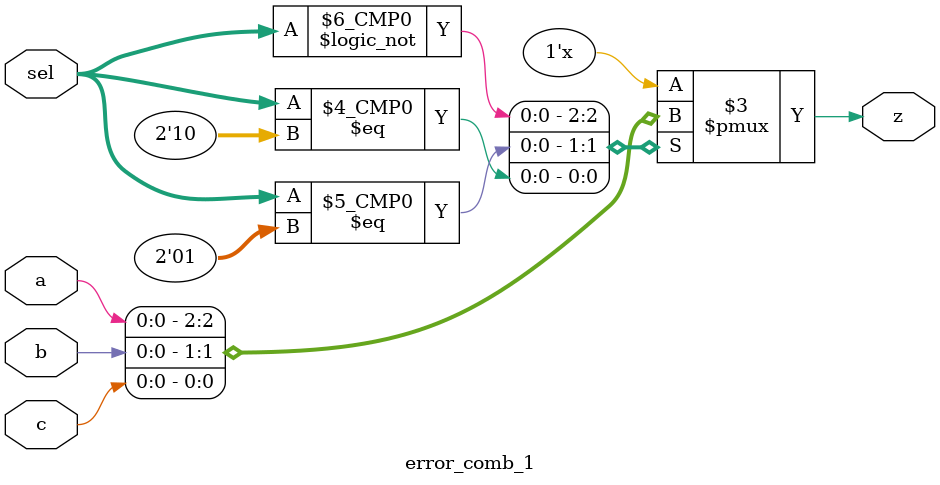
<source format=sv>
module error_comb_1(
	input logic [1:0] sel,
	input logic a, b, c,
	output logic z);


always @(*) begin
  //z = 0;  
  case(sel)
    2'b00: z = a;
    2'b01: z = b;
    2'b10: z = c;
    //default: z = 0;
  endcase
end

endmodule

</source>
